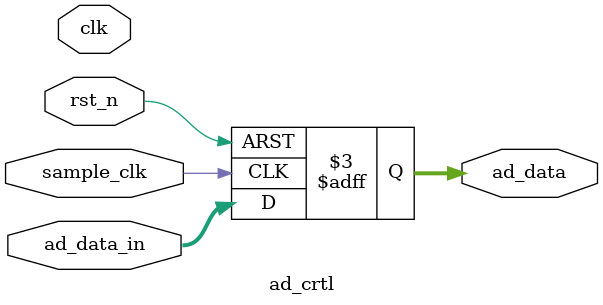
<source format=v>
/*-----------------------------------------------------------------------

Date				:		2017-XX-XX
Description			:		Design for LCD1602 Display.

-----------------------------------------------------------------------*/

module ad_crtl
(
	//global clock
	input					clk,			//system clock
	input					rst_n,     		//sync reset
	
	//ad_in interface
	input			[15:0]	ad_data_in,   	//
	input					sample_clk,
	//user interface

	output	reg		[15:0]	ad_data		//
); 


//--------------------------------
//Funtion :      ad数据产生         




always @(posedge sample_clk or negedge rst_n)
begin
	if(!rst_n)
		ad_data <= 'd0;
	else
		ad_data <= ad_data_in; //转换成有符号
end


endmodule
	

</source>
